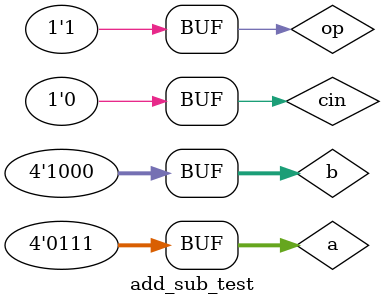
<source format=v>
`timescale 1ns / 1ps


module add_sub_test(

   );
   
   reg [3:0] a;
   reg [3:0] b;
   reg cin; 
   reg op;
   wire overflow;
   wire [3:0] s; 
   add_sub add_sub1(a, b, cin, op, s, overflow); 
   
   initial begin  
        a = 4'b0001;
        b = 4'b0011;
        op = 0;
        cin = 1;
        #100  
        a = 4'b1000;
        b = 4'b1010;
        op = 0;
        cin = 0;
        #100 
        a = 4'b0111;
        b = 4'b1000;
        op = 0;
        cin = 1;
        #100
        a = 4'b0001;
        b = 4'b0011;
        op = 1;
        cin = 0;
        #100  
        a = 4'b1000;
        b = 4'b1010;
        op = 1;
        cin = 0;
        #100 
        a = 4'b0111;
        b = 4'b1000;
        op = 1;
        cin = 0;
   end
   
endmodule

</source>
